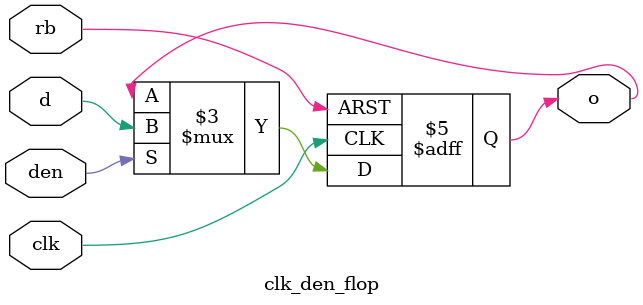
<source format=v>


module clk_den_flop(
input      clk, // clock
input      d,   // data input
input      den, // data enable
input      rb,  // Active low reset
output reg o    // data output
);

// Flop with data enable
always @(posedge clk or negedge rb)
  begin: o_register
    if(!rb)
      o <= 1'b0;
    else if(den)
      o <= d;
  end // block: o_register

endmodule // clk_den_flop


</source>
